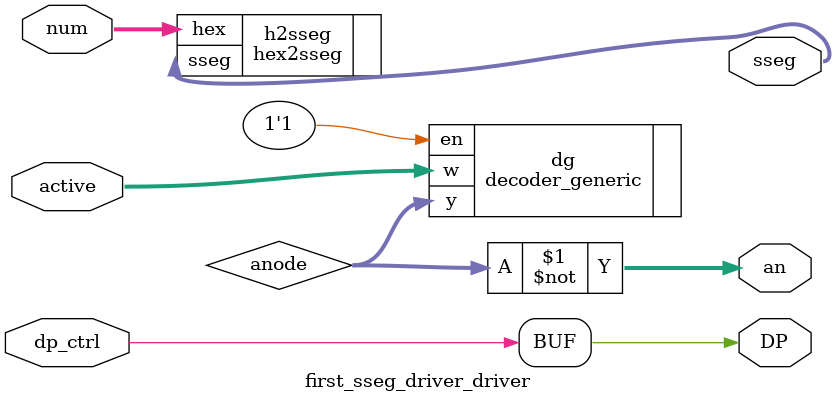
<source format=v>
`timescale 1ns / 1ps


module first_sseg_driver_driver(
    input [2:0] active,
    input [3:0] num,
    input dp_ctrl,
    output [6:0] sseg,
    output [7:0] an,
    output DP
    );
    wire [7:0] anode;
    decoder_generic dg (.w(active),
                        .en(1'b1),
                        .y(anode)
                        );
    assign an = ~anode;
    hex2sseg h2sseg (.hex(num),
                       .sseg(sseg)
                       );
                       
    assign DP = dp_ctrl;
endmodule

</source>
